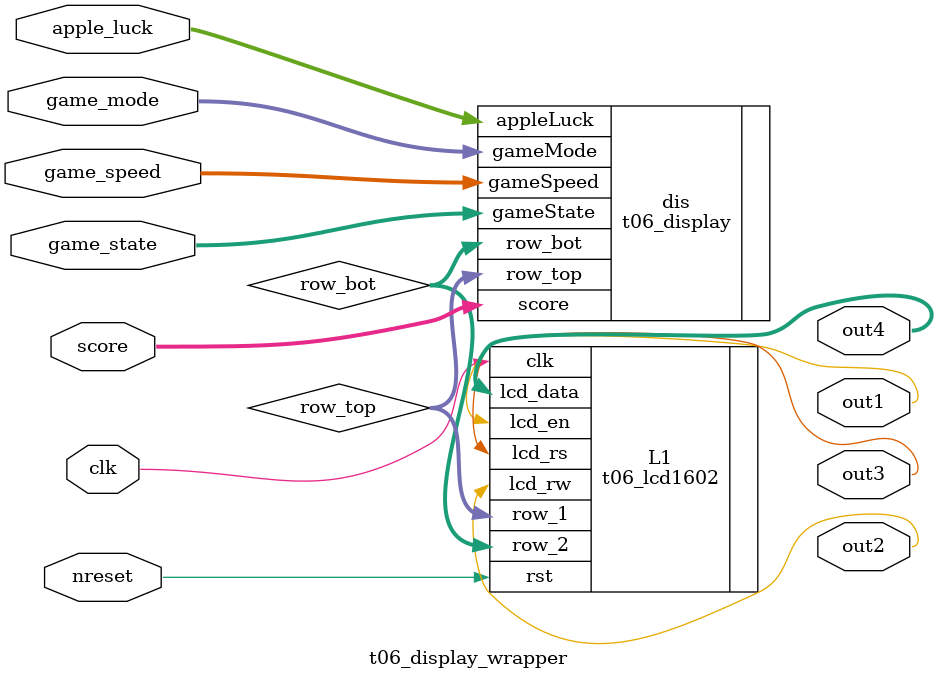
<source format=v>
`default_nettype none
module t06_display_wrapper (
	score,
	clk,
	nreset,
	game_mode,
	game_speed,
	game_state,
	apple_luck,
	out1,
	out2,
	out3,
	out4
);
	input wire [7:0] score;
	input wire clk;
	input wire nreset;
	input wire [1:0] game_mode;
	input wire [1:0] game_speed;
	input wire [1:0] game_state;
	input wire [1:0] apple_luck;
	output wire out1;
	output wire out2;
	output wire out3;
	output wire [7:0] out4;
	wire [127:0] row_top;
	wire [127:0] row_bot;
	t06_display dis(
		.gameState(game_state),
		.gameMode(game_mode),
		.appleLuck(apple_luck),
		.gameSpeed(game_speed),
		.score(score),
		.row_top(row_top),
		.row_bot(row_bot)
	);
	t06_lcd1602 L1(
		.clk(clk),
		.rst(nreset),
		.row_1(row_top),
		.row_2(row_bot),
		.lcd_en(out1),
		.lcd_rw(out2),
		.lcd_rs(out3),
		.lcd_data(out4)
	);
endmodule

</source>
